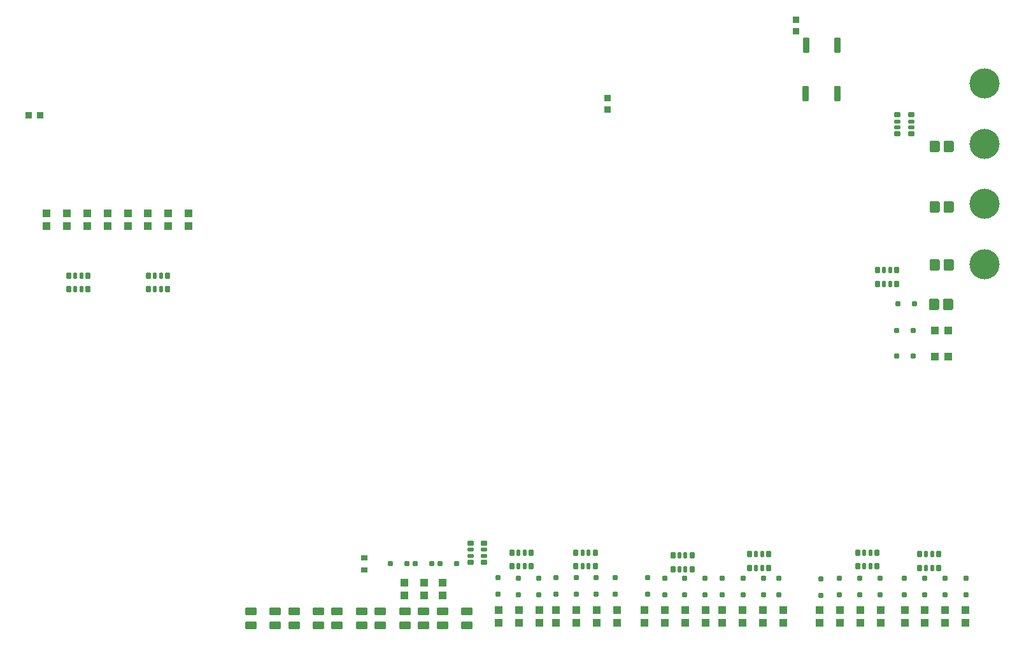
<source format=gtp>
G04*
G04 #@! TF.GenerationSoftware,Altium Limited,Altium Designer,20.0.10 (225)*
G04*
G04 Layer_Color=8421504*
%FSLAX25Y25*%
%MOIN*%
G70*
G01*
G75*
G04:AMPARAMS|DCode=22|XSize=33.47mil|YSize=33.47mil|CornerRadius=3.35mil|HoleSize=0mil|Usage=FLASHONLY|Rotation=180.000|XOffset=0mil|YOffset=0mil|HoleType=Round|Shape=RoundedRectangle|*
%AMROUNDEDRECTD22*
21,1,0.03347,0.02677,0,0,180.0*
21,1,0.02677,0.03347,0,0,180.0*
1,1,0.00669,-0.01339,0.01339*
1,1,0.00669,0.01339,0.01339*
1,1,0.00669,0.01339,-0.01339*
1,1,0.00669,-0.01339,-0.01339*
%
%ADD22ROUNDEDRECTD22*%
G04:AMPARAMS|DCode=23|XSize=31.5mil|YSize=78.74mil|CornerRadius=3.15mil|HoleSize=0mil|Usage=FLASHONLY|Rotation=0.000|XOffset=0mil|YOffset=0mil|HoleType=Round|Shape=RoundedRectangle|*
%AMROUNDEDRECTD23*
21,1,0.03150,0.07244,0,0,0.0*
21,1,0.02520,0.07874,0,0,0.0*
1,1,0.00630,0.01260,-0.03622*
1,1,0.00630,-0.01260,-0.03622*
1,1,0.00630,-0.01260,0.03622*
1,1,0.00630,0.01260,0.03622*
%
%ADD23ROUNDEDRECTD23*%
G04:AMPARAMS|DCode=24|XSize=33.47mil|YSize=33.47mil|CornerRadius=3.35mil|HoleSize=0mil|Usage=FLASHONLY|Rotation=90.000|XOffset=0mil|YOffset=0mil|HoleType=Round|Shape=RoundedRectangle|*
%AMROUNDEDRECTD24*
21,1,0.03347,0.02677,0,0,90.0*
21,1,0.02677,0.03347,0,0,90.0*
1,1,0.00669,0.01339,0.01339*
1,1,0.00669,0.01339,-0.01339*
1,1,0.00669,-0.01339,-0.01339*
1,1,0.00669,-0.01339,0.01339*
%
%ADD24ROUNDEDRECTD24*%
G04:AMPARAMS|DCode=25|XSize=25.59mil|YSize=31.5mil|CornerRadius=2.56mil|HoleSize=0mil|Usage=FLASHONLY|Rotation=90.000|XOffset=0mil|YOffset=0mil|HoleType=Round|Shape=RoundedRectangle|*
%AMROUNDEDRECTD25*
21,1,0.02559,0.02638,0,0,90.0*
21,1,0.02047,0.03150,0,0,90.0*
1,1,0.00512,0.01319,0.01024*
1,1,0.00512,0.01319,-0.01024*
1,1,0.00512,-0.01319,-0.01024*
1,1,0.00512,-0.01319,0.01024*
%
%ADD25ROUNDEDRECTD25*%
G04:AMPARAMS|DCode=26|XSize=17.72mil|YSize=31.5mil|CornerRadius=1.77mil|HoleSize=0mil|Usage=FLASHONLY|Rotation=90.000|XOffset=0mil|YOffset=0mil|HoleType=Round|Shape=RoundedRectangle|*
%AMROUNDEDRECTD26*
21,1,0.01772,0.02795,0,0,90.0*
21,1,0.01417,0.03150,0,0,90.0*
1,1,0.00354,0.01398,0.00709*
1,1,0.00354,0.01398,-0.00709*
1,1,0.00354,-0.01398,-0.00709*
1,1,0.00354,-0.01398,0.00709*
%
%ADD26ROUNDEDRECTD26*%
G04:AMPARAMS|DCode=27|XSize=25.59mil|YSize=31.5mil|CornerRadius=2.56mil|HoleSize=0mil|Usage=FLASHONLY|Rotation=0.000|XOffset=0mil|YOffset=0mil|HoleType=Round|Shape=RoundedRectangle|*
%AMROUNDEDRECTD27*
21,1,0.02559,0.02638,0,0,0.0*
21,1,0.02047,0.03150,0,0,0.0*
1,1,0.00512,0.01024,-0.01319*
1,1,0.00512,-0.01024,-0.01319*
1,1,0.00512,-0.01024,0.01319*
1,1,0.00512,0.01024,0.01319*
%
%ADD27ROUNDEDRECTD27*%
G04:AMPARAMS|DCode=28|XSize=17.72mil|YSize=31.5mil|CornerRadius=1.77mil|HoleSize=0mil|Usage=FLASHONLY|Rotation=0.000|XOffset=0mil|YOffset=0mil|HoleType=Round|Shape=RoundedRectangle|*
%AMROUNDEDRECTD28*
21,1,0.01772,0.02795,0,0,0.0*
21,1,0.01417,0.03150,0,0,0.0*
1,1,0.00354,0.00709,-0.01398*
1,1,0.00354,-0.00709,-0.01398*
1,1,0.00354,-0.00709,0.01398*
1,1,0.00354,0.00709,0.01398*
%
%ADD28ROUNDEDRECTD28*%
G04:AMPARAMS|DCode=29|XSize=39.37mil|YSize=43.31mil|CornerRadius=3.94mil|HoleSize=0mil|Usage=FLASHONLY|Rotation=270.000|XOffset=0mil|YOffset=0mil|HoleType=Round|Shape=RoundedRectangle|*
%AMROUNDEDRECTD29*
21,1,0.03937,0.03543,0,0,270.0*
21,1,0.03150,0.04331,0,0,270.0*
1,1,0.00787,-0.01772,-0.01575*
1,1,0.00787,-0.01772,0.01575*
1,1,0.00787,0.01772,0.01575*
1,1,0.00787,0.01772,-0.01575*
%
%ADD29ROUNDEDRECTD29*%
G04:AMPARAMS|DCode=30|XSize=23.62mil|YSize=23.62mil|CornerRadius=2.36mil|HoleSize=0mil|Usage=FLASHONLY|Rotation=0.000|XOffset=0mil|YOffset=0mil|HoleType=Round|Shape=RoundedRectangle|*
%AMROUNDEDRECTD30*
21,1,0.02362,0.01890,0,0,0.0*
21,1,0.01890,0.02362,0,0,0.0*
1,1,0.00472,0.00945,-0.00945*
1,1,0.00472,-0.00945,-0.00945*
1,1,0.00472,-0.00945,0.00945*
1,1,0.00472,0.00945,0.00945*
%
%ADD30ROUNDEDRECTD30*%
G04:AMPARAMS|DCode=31|XSize=23.62mil|YSize=23.62mil|CornerRadius=2.36mil|HoleSize=0mil|Usage=FLASHONLY|Rotation=90.000|XOffset=0mil|YOffset=0mil|HoleType=Round|Shape=RoundedRectangle|*
%AMROUNDEDRECTD31*
21,1,0.02362,0.01890,0,0,90.0*
21,1,0.01890,0.02362,0,0,90.0*
1,1,0.00472,0.00945,0.00945*
1,1,0.00472,0.00945,-0.00945*
1,1,0.00472,-0.00945,-0.00945*
1,1,0.00472,-0.00945,0.00945*
%
%ADD31ROUNDEDRECTD31*%
G04:AMPARAMS|DCode=32|XSize=27.56mil|YSize=36.22mil|CornerRadius=2.76mil|HoleSize=0mil|Usage=FLASHONLY|Rotation=90.000|XOffset=0mil|YOffset=0mil|HoleType=Round|Shape=RoundedRectangle|*
%AMROUNDEDRECTD32*
21,1,0.02756,0.03071,0,0,90.0*
21,1,0.02205,0.03622,0,0,90.0*
1,1,0.00551,0.01535,0.01102*
1,1,0.00551,0.01535,-0.01102*
1,1,0.00551,-0.01535,-0.01102*
1,1,0.00551,-0.01535,0.01102*
%
%ADD32ROUNDEDRECTD32*%
G04:AMPARAMS|DCode=33|XSize=39.37mil|YSize=57.09mil|CornerRadius=3.94mil|HoleSize=0mil|Usage=FLASHONLY|Rotation=90.000|XOffset=0mil|YOffset=0mil|HoleType=Round|Shape=RoundedRectangle|*
%AMROUNDEDRECTD33*
21,1,0.03937,0.04921,0,0,90.0*
21,1,0.03150,0.05709,0,0,90.0*
1,1,0.00787,0.02461,0.01575*
1,1,0.00787,0.02461,-0.01575*
1,1,0.00787,-0.02461,-0.01575*
1,1,0.00787,-0.02461,0.01575*
%
%ADD33ROUNDEDRECTD33*%
G04:AMPARAMS|DCode=34|XSize=51.18mil|YSize=59.06mil|CornerRadius=5.12mil|HoleSize=0mil|Usage=FLASHONLY|Rotation=0.000|XOffset=0mil|YOffset=0mil|HoleType=Round|Shape=RoundedRectangle|*
%AMROUNDEDRECTD34*
21,1,0.05118,0.04882,0,0,0.0*
21,1,0.04095,0.05906,0,0,0.0*
1,1,0.01024,0.02047,-0.02441*
1,1,0.01024,-0.02047,-0.02441*
1,1,0.01024,-0.02047,0.02441*
1,1,0.01024,0.02047,0.02441*
%
%ADD34ROUNDEDRECTD34*%
G04:AMPARAMS|DCode=35|XSize=39.37mil|YSize=43.31mil|CornerRadius=3.94mil|HoleSize=0mil|Usage=FLASHONLY|Rotation=180.000|XOffset=0mil|YOffset=0mil|HoleType=Round|Shape=RoundedRectangle|*
%AMROUNDEDRECTD35*
21,1,0.03937,0.03543,0,0,180.0*
21,1,0.03150,0.04331,0,0,180.0*
1,1,0.00787,-0.01575,0.01772*
1,1,0.00787,0.01575,0.01772*
1,1,0.00787,0.01575,-0.01772*
1,1,0.00787,-0.01575,-0.01772*
%
%ADD35ROUNDEDRECTD35*%
%ADD36C,0.15748*%
D22*
X67874Y414764D02*
D03*
X61654D02*
D03*
D23*
X468504Y426083D02*
D03*
X485039D02*
D03*
X468701Y451673D02*
D03*
X485236D02*
D03*
D24*
X463484Y464921D02*
D03*
Y458701D02*
D03*
X364728Y423937D02*
D03*
Y417717D02*
D03*
D25*
X523622Y405020D02*
D03*
X516535D02*
D03*
Y415059D02*
D03*
X523622D02*
D03*
X292913Y180807D02*
D03*
X300000D02*
D03*
Y190847D02*
D03*
X292913D02*
D03*
D26*
X523622Y408465D02*
D03*
Y411614D02*
D03*
X516535D02*
D03*
Y408465D02*
D03*
X300000Y187402D02*
D03*
Y184252D02*
D03*
X292913D02*
D03*
Y187402D02*
D03*
D27*
X528051Y177953D02*
D03*
Y185039D02*
D03*
X538091D02*
D03*
Y177953D02*
D03*
X495768Y178740D02*
D03*
Y185827D02*
D03*
X505807D02*
D03*
Y178740D02*
D03*
X439075Y177953D02*
D03*
Y185039D02*
D03*
X449114D02*
D03*
Y177953D02*
D03*
X398917Y177264D02*
D03*
Y184350D02*
D03*
X408957D02*
D03*
Y177264D02*
D03*
X348228Y178740D02*
D03*
Y185827D02*
D03*
X358268D02*
D03*
Y178740D02*
D03*
X324705D02*
D03*
Y185827D02*
D03*
X314665D02*
D03*
Y178740D02*
D03*
X134449Y331004D02*
D03*
Y323917D02*
D03*
X124409D02*
D03*
Y331004D02*
D03*
X516043Y326654D02*
D03*
Y333740D02*
D03*
X506004D02*
D03*
Y326654D02*
D03*
X82677Y331004D02*
D03*
Y323917D02*
D03*
X92716D02*
D03*
Y331004D02*
D03*
D28*
X531496Y177953D02*
D03*
X534646D02*
D03*
Y185039D02*
D03*
X531496D02*
D03*
X499213Y178740D02*
D03*
X502362D02*
D03*
Y185827D02*
D03*
X499213D02*
D03*
X442520Y177953D02*
D03*
X445669D02*
D03*
Y185039D02*
D03*
X442520D02*
D03*
X402362Y177264D02*
D03*
X405512D02*
D03*
Y184350D02*
D03*
X402362D02*
D03*
X351673Y178740D02*
D03*
X354823D02*
D03*
Y185827D02*
D03*
X351673D02*
D03*
X318110D02*
D03*
X321260D02*
D03*
Y178740D02*
D03*
X318110D02*
D03*
X131004Y331004D02*
D03*
X127854D02*
D03*
Y323917D02*
D03*
X131004D02*
D03*
X509449Y333740D02*
D03*
X512598D02*
D03*
Y326654D02*
D03*
X509449D02*
D03*
X89272Y323917D02*
D03*
X86122D02*
D03*
Y331004D02*
D03*
X89272D02*
D03*
D29*
X145473Y363386D02*
D03*
Y356693D02*
D03*
X134843Y363386D02*
D03*
Y356693D02*
D03*
X124213Y363386D02*
D03*
Y356693D02*
D03*
X113583Y363386D02*
D03*
Y356693D02*
D03*
X102953Y363386D02*
D03*
Y356693D02*
D03*
X92323Y363386D02*
D03*
Y356693D02*
D03*
X81693Y363386D02*
D03*
Y356693D02*
D03*
X71063Y363386D02*
D03*
Y356693D02*
D03*
X552165Y149213D02*
D03*
Y155905D02*
D03*
X541536Y149213D02*
D03*
Y155905D02*
D03*
X530906Y149213D02*
D03*
Y155905D02*
D03*
X520276Y149213D02*
D03*
Y155905D02*
D03*
X507677Y149213D02*
D03*
Y155905D02*
D03*
X497047Y149213D02*
D03*
Y155905D02*
D03*
X486417Y149213D02*
D03*
Y155905D02*
D03*
X475787Y149213D02*
D03*
Y155905D02*
D03*
X424803Y155905D02*
D03*
Y149213D02*
D03*
X456693Y155905D02*
D03*
Y149213D02*
D03*
X446063Y155905D02*
D03*
Y149213D02*
D03*
X435433Y155905D02*
D03*
Y149213D02*
D03*
X307677Y149213D02*
D03*
Y155905D02*
D03*
X318307Y149213D02*
D03*
Y155905D02*
D03*
X328937Y149213D02*
D03*
Y155905D02*
D03*
X337697Y155905D02*
D03*
Y149213D02*
D03*
X348327Y155905D02*
D03*
Y149213D02*
D03*
X358957Y155905D02*
D03*
Y149213D02*
D03*
X369587Y155905D02*
D03*
Y149213D02*
D03*
X384055Y155905D02*
D03*
Y149213D02*
D03*
X394685Y155905D02*
D03*
Y149213D02*
D03*
X405315Y155905D02*
D03*
Y149213D02*
D03*
X415945Y155905D02*
D03*
Y149213D02*
D03*
X278543Y170079D02*
D03*
Y163386D02*
D03*
X268701Y170079D02*
D03*
Y163386D02*
D03*
X258465Y170079D02*
D03*
Y163386D02*
D03*
D30*
X552362Y172441D02*
D03*
Y163779D02*
D03*
X541339Y172441D02*
D03*
Y163779D02*
D03*
X530709Y172441D02*
D03*
Y163779D02*
D03*
X520079Y172441D02*
D03*
Y163779D02*
D03*
X507480Y172441D02*
D03*
Y163779D02*
D03*
X496850Y172441D02*
D03*
Y163779D02*
D03*
X486221Y172441D02*
D03*
Y163779D02*
D03*
X476378Y172047D02*
D03*
Y163386D02*
D03*
X424606Y163779D02*
D03*
Y172441D02*
D03*
X454528Y163779D02*
D03*
Y172441D02*
D03*
X446260Y163779D02*
D03*
Y172441D02*
D03*
X435630Y163779D02*
D03*
Y172441D02*
D03*
X415748Y163779D02*
D03*
Y172441D02*
D03*
X405118Y163779D02*
D03*
Y172441D02*
D03*
X394882Y163779D02*
D03*
Y172441D02*
D03*
X385827Y164272D02*
D03*
Y172933D02*
D03*
X368701Y164272D02*
D03*
Y172933D02*
D03*
X358760Y164173D02*
D03*
Y172835D02*
D03*
X348524Y164173D02*
D03*
Y172835D02*
D03*
X337894Y164173D02*
D03*
Y172835D02*
D03*
X328740Y172638D02*
D03*
Y163976D02*
D03*
X318110Y172441D02*
D03*
Y163779D02*
D03*
X307480Y172835D02*
D03*
Y164173D02*
D03*
D31*
X277165Y180216D02*
D03*
X285827D02*
D03*
X264173D02*
D03*
X272835D02*
D03*
X251181D02*
D03*
X259842D02*
D03*
X525394Y316043D02*
D03*
X516732D02*
D03*
X524705Y302165D02*
D03*
X516043D02*
D03*
X524902Y288878D02*
D03*
X516240D02*
D03*
D32*
X237402Y183071D02*
D03*
Y176772D02*
D03*
D33*
X291142Y155315D02*
D03*
Y147835D02*
D03*
X278346D02*
D03*
Y155315D02*
D03*
X268504Y147835D02*
D03*
Y155315D02*
D03*
X258661Y147835D02*
D03*
Y155315D02*
D03*
X245866D02*
D03*
Y147835D02*
D03*
X236024Y155315D02*
D03*
Y147835D02*
D03*
X223228Y155315D02*
D03*
Y147835D02*
D03*
X213386Y155315D02*
D03*
Y147835D02*
D03*
X177953Y155315D02*
D03*
Y147835D02*
D03*
X200591D02*
D03*
Y155315D02*
D03*
X190748Y147835D02*
D03*
Y155315D02*
D03*
D34*
X543504Y336417D02*
D03*
X536024D02*
D03*
Y366811D02*
D03*
X543504D02*
D03*
X543228Y315866D02*
D03*
X535748D02*
D03*
X536024Y398622D02*
D03*
X543504D02*
D03*
D35*
X536221Y302087D02*
D03*
X542913D02*
D03*
X536221Y288661D02*
D03*
X542913D02*
D03*
D36*
X562205Y337008D02*
D03*
Y368504D02*
D03*
Y400000D02*
D03*
Y431496D02*
D03*
M02*

</source>
